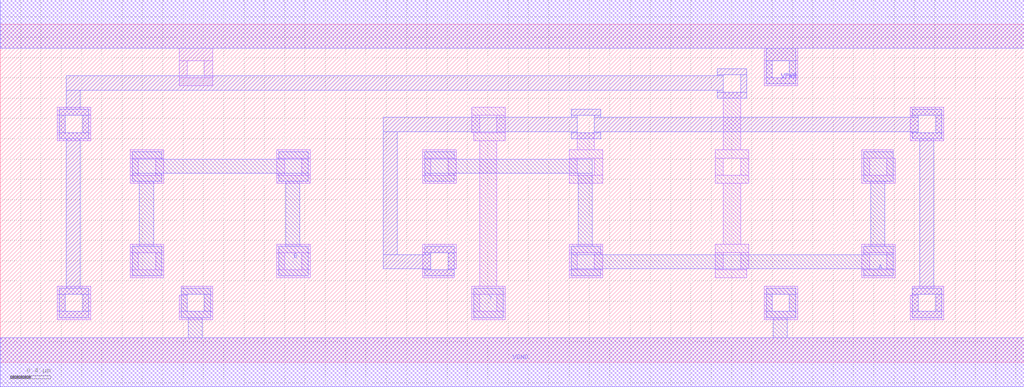
<source format=lef>
VERSION 5.7 ;
  NOWIREEXTENSIONATPIN ON ;
  DIVIDERCHAR "/" ;
  BUSBITCHARS "[]" ;
MACRO XNOR2X1
  CLASS CORE ;
  FOREIGN XNOR2X1 ;
  ORIGIN 0.000 0.000 ;
  SIZE 10.080 BY 3.330 ;
  SYMMETRY X Y R90 ;
  SITE unit ;
  PIN VPWR
    DIRECTION INOUT ;
    USE POWER ;
    SHAPE ABUTMENT ;
    PORT
      LAYER met1 ;
        RECT 0.000 3.090 10.080 3.570 ;
        RECT 7.540 2.970 7.830 3.090 ;
        RECT 7.540 2.800 7.600 2.970 ;
        RECT 7.770 2.800 7.830 2.970 ;
        RECT 7.540 2.740 7.830 2.800 ;
    END
    PORT
      LAYER li1 ;
        RECT 0.000 3.090 10.080 3.570 ;
        RECT 1.760 2.970 2.090 3.090 ;
        RECT 1.760 2.800 1.840 2.970 ;
        RECT 2.010 2.800 2.090 2.970 ;
        RECT 1.760 2.720 2.090 2.800 ;
        RECT 7.520 2.970 7.850 3.090 ;
        RECT 7.520 2.800 7.600 2.970 ;
        RECT 7.770 2.800 7.850 2.970 ;
        RECT 7.520 2.720 7.850 2.800 ;
    END
  END VPWR
  PIN VGND
    DIRECTION INOUT ;
    USE GROUND ;
    SHAPE ABUTMENT ;
    PORT
      LAYER met1 ;
        RECT 1.780 0.670 2.070 0.730 ;
        RECT 1.780 0.500 1.840 0.670 ;
        RECT 2.010 0.500 2.070 0.670 ;
        RECT 1.780 0.440 2.070 0.500 ;
        RECT 7.540 0.670 7.830 0.730 ;
        RECT 7.540 0.500 7.600 0.670 ;
        RECT 7.770 0.500 7.830 0.670 ;
        RECT 7.540 0.440 7.830 0.500 ;
        RECT 1.850 0.240 1.990 0.440 ;
        RECT 7.610 0.240 7.750 0.440 ;
        RECT 0.000 -0.240 10.080 0.240 ;
    END
    PORT
      LAYER li1 ;
        RECT 0.000 -0.240 10.080 0.240 ;
    END
  END VGND
  PIN Y
    DIRECTION INOUT ;
    USE SIGNAL ;
    SHAPE ABUTMENT ;
    PORT
      LAYER met1 ;
        RECT 4.660 0.440 4.950 0.730 ;
    END
  END Y
  PIN B
    DIRECTION INOUT ;
    USE SIGNAL ;
    SHAPE ABUTMENT ;
    PORT
      LAYER met1 ;
        RECT 1.300 2.000 1.590 2.070 ;
        RECT 2.740 2.000 3.030 2.070 ;
        RECT 1.300 1.860 3.030 2.000 ;
        RECT 1.300 1.780 1.590 1.860 ;
        RECT 2.740 1.780 3.030 1.860 ;
        RECT 1.370 1.140 1.510 1.780 ;
        RECT 2.810 1.140 2.950 1.780 ;
        RECT 1.300 0.850 1.590 1.140 ;
        RECT 2.740 0.850 3.030 1.140 ;
    END
  END B
  PIN A
    DIRECTION INOUT ;
    USE SIGNAL ;
    SHAPE ABUTMENT ;
    PORT
      LAYER met1 ;
        RECT 4.180 2.000 4.470 2.070 ;
        RECT 4.180 1.860 5.830 2.000 ;
        RECT 4.180 1.780 4.470 1.860 ;
        RECT 5.690 1.140 5.830 1.860 ;
        RECT 8.500 1.780 8.790 2.070 ;
        RECT 8.570 1.140 8.710 1.780 ;
        RECT 5.620 1.060 5.910 1.140 ;
        RECT 8.500 1.060 8.790 1.140 ;
        RECT 5.620 0.920 8.790 1.060 ;
        RECT 5.620 0.850 5.910 0.920 ;
        RECT 8.500 0.850 8.790 0.920 ;
    END
  END A
  OBS
      LAYER li1 ;
        RECT 0.560 2.430 0.890 2.510 ;
        RECT 0.560 2.260 0.640 2.430 ;
        RECT 0.810 2.260 0.890 2.430 ;
        RECT 4.640 2.430 4.970 2.510 ;
        RECT 4.640 2.260 4.720 2.430 ;
        RECT 4.890 2.260 4.970 2.430 ;
        RECT 0.560 2.180 0.890 2.260 ;
        RECT 4.660 2.180 4.970 2.260 ;
        RECT 1.280 2.010 1.610 2.090 ;
        RECT 1.280 1.840 1.360 2.010 ;
        RECT 1.530 1.840 1.610 2.010 ;
        RECT 1.280 1.760 1.610 1.840 ;
        RECT 2.720 2.010 3.050 2.090 ;
        RECT 2.720 1.840 2.800 2.010 ;
        RECT 2.970 1.840 3.050 2.010 ;
        RECT 2.720 1.760 3.050 1.840 ;
        RECT 4.160 2.010 4.490 2.090 ;
        RECT 4.160 1.840 4.240 2.010 ;
        RECT 4.410 1.840 4.490 2.010 ;
        RECT 4.160 1.760 4.490 1.840 ;
        RECT 1.280 1.080 1.610 1.160 ;
        RECT 1.280 0.910 1.360 1.080 ;
        RECT 1.530 0.910 1.610 1.080 ;
        RECT 1.280 0.830 1.610 0.910 ;
        RECT 2.720 1.080 3.050 1.160 ;
        RECT 2.720 0.910 2.800 1.080 ;
        RECT 2.970 0.910 3.050 1.080 ;
        RECT 2.720 0.830 3.050 0.910 ;
        RECT 4.160 1.080 4.490 1.160 ;
        RECT 4.160 0.910 4.240 1.080 ;
        RECT 4.410 0.920 4.490 1.080 ;
        RECT 4.410 0.910 4.470 0.920 ;
        RECT 4.160 0.830 4.470 0.910 ;
        RECT 4.720 0.750 4.890 2.180 ;
        RECT 5.680 2.090 5.850 2.260 ;
        RECT 7.120 2.090 7.290 2.660 ;
        RECT 8.960 2.430 9.290 2.510 ;
        RECT 8.960 2.260 9.040 2.430 ;
        RECT 9.210 2.260 9.290 2.430 ;
        RECT 8.960 2.180 9.290 2.260 ;
        RECT 5.600 2.010 5.930 2.090 ;
        RECT 5.600 1.840 5.680 2.010 ;
        RECT 5.850 1.840 5.930 2.010 ;
        RECT 5.600 1.760 5.930 1.840 ;
        RECT 7.040 2.010 7.370 2.090 ;
        RECT 7.040 1.840 7.120 2.010 ;
        RECT 7.290 1.840 7.370 2.010 ;
        RECT 7.040 1.760 7.370 1.840 ;
        RECT 8.480 2.010 8.790 2.090 ;
        RECT 8.480 1.840 8.560 2.010 ;
        RECT 8.730 1.840 8.810 2.010 ;
        RECT 8.480 1.760 8.810 1.840 ;
        RECT 7.120 1.160 7.290 1.760 ;
        RECT 5.600 1.080 5.930 1.160 ;
        RECT 5.600 0.910 5.680 1.080 ;
        RECT 5.850 0.910 5.930 1.080 ;
        RECT 5.600 0.830 5.930 0.910 ;
        RECT 7.040 1.080 7.370 1.160 ;
        RECT 7.040 0.910 7.120 1.080 ;
        RECT 7.290 0.920 7.370 1.080 ;
        RECT 8.480 1.080 8.810 1.160 ;
        RECT 7.290 0.910 7.350 0.920 ;
        RECT 7.040 0.830 7.350 0.910 ;
        RECT 8.480 0.910 8.560 1.080 ;
        RECT 8.730 0.910 8.810 1.080 ;
        RECT 8.480 0.830 8.810 0.910 ;
        RECT 0.560 0.670 0.890 0.750 ;
        RECT 0.560 0.500 0.640 0.670 ;
        RECT 0.810 0.500 0.890 0.670 ;
        RECT 1.780 0.670 2.090 0.750 ;
        RECT 1.780 0.660 1.840 0.670 ;
        RECT 0.560 0.420 0.890 0.500 ;
        RECT 1.760 0.500 1.840 0.660 ;
        RECT 2.010 0.500 2.090 0.670 ;
        RECT 1.760 0.420 2.090 0.500 ;
        RECT 4.640 0.670 4.970 0.750 ;
        RECT 4.640 0.500 4.720 0.670 ;
        RECT 4.890 0.500 4.970 0.670 ;
        RECT 4.640 0.420 4.970 0.500 ;
        RECT 7.520 0.670 7.850 0.750 ;
        RECT 7.520 0.500 7.600 0.670 ;
        RECT 7.770 0.500 7.850 0.670 ;
        RECT 8.980 0.670 9.290 0.750 ;
        RECT 8.980 0.660 9.040 0.670 ;
        RECT 7.520 0.420 7.850 0.500 ;
        RECT 8.960 0.500 9.040 0.660 ;
        RECT 9.210 0.500 9.290 0.670 ;
        RECT 8.960 0.420 9.290 0.500 ;
      LAYER met1 ;
        RECT 7.060 2.830 7.350 2.890 ;
        RECT 7.060 2.820 7.120 2.830 ;
        RECT 0.650 2.680 7.120 2.820 ;
        RECT 0.650 2.490 0.790 2.680 ;
        RECT 7.060 2.660 7.120 2.680 ;
        RECT 7.290 2.660 7.350 2.830 ;
        RECT 7.060 2.600 7.350 2.660 ;
        RECT 0.580 2.430 0.870 2.490 ;
        RECT 0.580 2.260 0.640 2.430 ;
        RECT 0.810 2.260 0.870 2.430 ;
        RECT 5.620 2.430 5.910 2.490 ;
        RECT 5.620 2.410 5.680 2.430 ;
        RECT 0.580 2.200 0.870 2.260 ;
        RECT 3.770 2.270 5.680 2.410 ;
        RECT 0.650 0.730 0.790 2.200 ;
        RECT 3.770 1.060 3.910 2.270 ;
        RECT 5.620 2.260 5.680 2.270 ;
        RECT 5.850 2.410 5.910 2.430 ;
        RECT 8.980 2.430 9.270 2.490 ;
        RECT 8.980 2.410 9.040 2.430 ;
        RECT 5.850 2.270 9.040 2.410 ;
        RECT 5.850 2.260 5.910 2.270 ;
        RECT 5.620 2.200 5.910 2.260 ;
        RECT 8.980 2.260 9.040 2.270 ;
        RECT 9.210 2.260 9.270 2.430 ;
        RECT 8.980 2.200 9.270 2.260 ;
        RECT 4.180 1.080 4.470 1.140 ;
        RECT 4.180 1.060 4.240 1.080 ;
        RECT 3.770 0.920 4.240 1.060 ;
        RECT 4.180 0.910 4.240 0.920 ;
        RECT 4.410 0.910 4.470 1.080 ;
        RECT 4.180 0.850 4.470 0.910 ;
        RECT 9.050 0.730 9.190 2.200 ;
        RECT 0.580 0.670 0.870 0.730 ;
        RECT 0.580 0.500 0.640 0.670 ;
        RECT 0.810 0.500 0.870 0.670 ;
        RECT 0.580 0.440 0.870 0.500 ;
        RECT 8.980 0.670 9.270 0.730 ;
        RECT 8.980 0.500 9.040 0.670 ;
        RECT 9.210 0.500 9.270 0.670 ;
        RECT 8.980 0.440 9.270 0.500 ;
  END
END XNOR2X1
END LIBRARY


</source>
